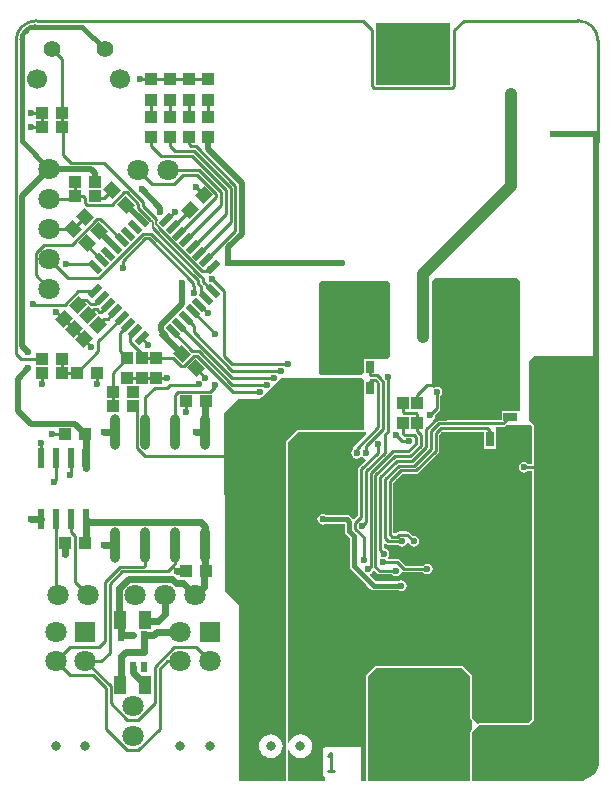
<source format=gtl>
%FSLAX44Y44*%
%MOMM*%
G71*
G01*
G75*
G04 Layer_Physical_Order=1*
G04 Layer_Color=255*
%ADD10C,0.4000*%
%ADD11C,0.2540*%
%ADD12R,1.1500X0.7000*%
%ADD13R,0.7000X1.1500*%
%ADD14R,1.0000X1.1000*%
%ADD15R,5.3300X5.5900*%
%ADD16R,6.3500X5.2800*%
%ADD17R,1.1000X1.0000*%
G04:AMPARAMS|DCode=18|XSize=1mm|YSize=1.1mm|CornerRadius=0mm|HoleSize=0mm|Usage=FLASHONLY|Rotation=45.000|XOffset=0mm|YOffset=0mm|HoleType=Round|Shape=Rectangle|*
%AMROTATEDRECTD18*
4,1,4,0.0354,-0.7425,-0.7425,0.0354,-0.0354,0.7425,0.7425,-0.0354,0.0354,-0.7425,0.0*
%
%ADD18ROTATEDRECTD18*%

G04:AMPARAMS|DCode=19|XSize=1mm|YSize=1.1mm|CornerRadius=0mm|HoleSize=0mm|Usage=FLASHONLY|Rotation=135.000|XOffset=0mm|YOffset=0mm|HoleType=Round|Shape=Rectangle|*
%AMROTATEDRECTD19*
4,1,4,0.7425,0.0354,-0.0354,-0.7425,-0.7425,-0.0354,0.0354,0.7425,0.7425,0.0354,0.0*
%
%ADD19ROTATEDRECTD19*%

G04:AMPARAMS|DCode=20|XSize=0.5mm|YSize=1.2mm|CornerRadius=0mm|HoleSize=0mm|Usage=FLASHONLY|Rotation=135.000|XOffset=0mm|YOffset=0mm|HoleType=Round|Shape=Rectangle|*
%AMROTATEDRECTD20*
4,1,4,0.6010,0.2475,-0.2475,-0.6010,-0.6010,-0.2475,0.2475,0.6010,0.6010,0.2475,0.0*
%
%ADD20ROTATEDRECTD20*%

G04:AMPARAMS|DCode=21|XSize=0.5mm|YSize=1.2mm|CornerRadius=0mm|HoleSize=0mm|Usage=FLASHONLY|Rotation=225.000|XOffset=0mm|YOffset=0mm|HoleType=Round|Shape=Rectangle|*
%AMROTATEDRECTD21*
4,1,4,-0.2475,0.6010,0.6010,-0.2475,0.2475,-0.6010,-0.6010,0.2475,-0.2475,0.6010,0.0*
%
%ADD21ROTATEDRECTD21*%

%ADD22O,0.8000X3.0000*%
%ADD23R,0.7620X1.0100*%
%ADD24R,2.2870X1.0100*%
%ADD25R,1.8000X3.7000*%
%ADD26R,0.6000X1.8000*%
G04:AMPARAMS|DCode=27|XSize=0.6mm|YSize=1.8mm|CornerRadius=0.15mm|HoleSize=0mm|Usage=FLASHONLY|Rotation=0.000|XOffset=0mm|YOffset=0mm|HoleType=Round|Shape=RoundedRectangle|*
%AMROUNDEDRECTD27*
21,1,0.6000,1.5000,0,0,0.0*
21,1,0.3000,1.8000,0,0,0.0*
1,1,0.3000,0.1500,-0.7500*
1,1,0.3000,-0.1500,-0.7500*
1,1,0.3000,-0.1500,0.7500*
1,1,0.3000,0.1500,0.7500*
%
%ADD27ROUNDEDRECTD27*%
%ADD28R,1.1000X1.5000*%
%ADD29R,0.6000X0.9000*%
%ADD30C,0.6000*%
%ADD31C,0.4500*%
%ADD32C,1.0000*%
%ADD33C,0.5000*%
%ADD34C,0.1500*%
%ADD35C,0.8000*%
%ADD36C,1.8000*%
%ADD37R,1.8000X1.8000*%
%ADD38R,1.4000X1.4000*%
%ADD39C,1.4000*%
%ADD40C,1.7000*%
%ADD41R,1.8000X1.8000*%
%ADD42P,1.9799X4X360.0*%
%ADD43P,1.9799X4X90.0*%
%ADD44C,0.6000*%
%ADD45C,1.0000*%
%ADD46C,0.9000*%
G36*
X497451Y360549D02*
Y20000D01*
X497455Y19980D01*
X497122Y16594D01*
X496128Y13319D01*
X494515Y10301D01*
X492344Y7656D01*
X489699Y5485D01*
X486680Y3872D01*
X483406Y2878D01*
X480020Y2545D01*
X480000Y2549D01*
X390000D01*
X390000Y44000D01*
X396000Y50000D01*
X438000Y50000D01*
X442000Y54000D01*
Y304000D01*
X438000Y308000D01*
X438000Y358000D01*
X442000Y362000D01*
X496000D01*
X497451Y360549D01*
D02*
G37*
G36*
X388376Y91327D02*
X388376Y56000D01*
X388376Y56000D01*
X388852Y54852D01*
X388852D01*
X390000Y53704D01*
Y46296D01*
X388852Y45148D01*
X388376Y44000D01*
X388376Y3447D01*
X387478Y2549D01*
X302522D01*
X301624Y3447D01*
X301624Y91327D01*
X308673Y98376D01*
X381327D01*
X388376Y91327D01*
D02*
G37*
G36*
X298000Y342000D02*
Y300000D01*
X242000Y300000D01*
X232000Y290000D01*
X232000Y174000D01*
Y112243D01*
X231912Y111800D01*
X232000Y111357D01*
Y96243D01*
X231912Y95800D01*
X232000Y95357D01*
Y2549D01*
X192549D01*
Y150000D01*
X192355Y150975D01*
X192172Y151250D01*
X191802Y151802D01*
X180549Y163056D01*
Y244000D01*
X180355Y244975D01*
X180000Y245507D01*
Y296000D01*
X180000Y314000D01*
X192000Y326000D01*
X210000Y326000D01*
X211475Y327475D01*
X211756Y327531D01*
X213244Y328526D01*
X214239Y330014D01*
X214295Y330295D01*
X217772Y333772D01*
X219244Y334756D01*
X220228Y336228D01*
X223772Y339772D01*
X225244Y340756D01*
X226228Y342228D01*
X228000Y344000D01*
X296000D01*
X298000Y342000D01*
D02*
G37*
G36*
X320000Y424000D02*
Y424000D01*
Y362000D01*
X318000Y360000D01*
X300000D01*
X299400Y359400D01*
X298030D01*
Y358030D01*
X298000Y358000D01*
Y348000D01*
X296000Y346000D01*
X262000D01*
X260000Y348000D01*
Y424000D01*
X262000Y426000D01*
X318000D01*
X320000Y424000D01*
D02*
G37*
G36*
X430000Y426000D02*
Y317013D01*
X429500Y315950D01*
X415000D01*
Y308194D01*
X414860Y308054D01*
X407000D01*
Y308000D01*
X365000D01*
Y308054D01*
X361517D01*
X361517Y308054D01*
X360436Y307839D01*
X359520Y307227D01*
X358293Y306000D01*
X358000D01*
X356753Y307247D01*
X356878Y308511D01*
X357244Y308755D01*
X358238Y310244D01*
X358587Y311999D01*
X358489Y312495D01*
X361997Y316003D01*
X361997Y316003D01*
X362609Y316919D01*
X362824Y318000D01*
X362824Y318000D01*
Y328475D01*
X363244Y328756D01*
X364239Y330244D01*
X364588Y332000D01*
X364239Y333756D01*
X363244Y335244D01*
X361756Y336239D01*
X360000Y336588D01*
X358244Y336239D01*
X357270Y335588D01*
X356000Y336225D01*
Y426000D01*
X358000Y428000D01*
X428000D01*
X430000Y426000D01*
D02*
G37*
G36*
X440376Y303328D02*
Y270824D01*
X437525D01*
X437244Y271244D01*
X435756Y272239D01*
X434000Y272588D01*
X432244Y272239D01*
X430756Y271244D01*
X429761Y269756D01*
X429412Y268000D01*
X429761Y266244D01*
X430756Y264756D01*
X432244Y263761D01*
X434000Y263412D01*
X435756Y263761D01*
X437244Y264756D01*
X437525Y265176D01*
X440376D01*
Y54672D01*
X437327Y51624D01*
X396000Y51624D01*
X394852Y51148D01*
X390000Y56000D01*
X390000Y92000D01*
X382000Y100000D01*
X308000D01*
X300000Y92000D01*
X300000Y2549D01*
X296898D01*
X296000Y3447D01*
X296000Y31000D01*
X265000Y31000D01*
Y30275D01*
X263960D01*
Y6960D01*
X264102D01*
X265000Y6062D01*
Y2549D01*
X233624D01*
Y28808D01*
X234894Y29061D01*
X235765Y26957D01*
X237368Y24868D01*
X239457Y23265D01*
X241889Y22257D01*
X244500Y21914D01*
X247111Y22257D01*
X249543Y23265D01*
X251632Y24868D01*
X253235Y26957D01*
X254243Y29390D01*
X254586Y32000D01*
X254243Y34611D01*
X253235Y37043D01*
X251632Y39132D01*
X249543Y40735D01*
X247111Y41743D01*
X244500Y42086D01*
X241889Y41743D01*
X239457Y40735D01*
X237368Y39132D01*
X235765Y37043D01*
X234894Y34939D01*
X233624Y35192D01*
Y95357D01*
X233560Y95511D01*
X233592Y95674D01*
X233567Y95800D01*
X233592Y95926D01*
X233560Y96089D01*
X233624Y96243D01*
Y111357D01*
X233560Y111510D01*
X233592Y111673D01*
X233567Y111800D01*
X233592Y111926D01*
X233560Y112090D01*
X233624Y112243D01*
Y174000D01*
X233624Y289327D01*
X242673Y298376D01*
X298000Y298376D01*
X298730Y298679D01*
X300000Y298045D01*
Y295868D01*
X290003Y285870D01*
X289391Y284954D01*
X289176Y283873D01*
X289176Y283873D01*
Y283525D01*
X288756Y283244D01*
X287761Y281756D01*
X287412Y280000D01*
X287761Y278244D01*
X288756Y276756D01*
X290244Y275761D01*
X292000Y275412D01*
X293756Y275761D01*
X295244Y276756D01*
X296455D01*
X297944Y275761D01*
X299425Y275466D01*
X299758Y274378D01*
X299767Y274202D01*
X293923Y268358D01*
X293311Y267441D01*
X293096Y266360D01*
X293096Y266360D01*
Y227250D01*
X290201Y224355D01*
X288566Y224516D01*
X288414Y224744D01*
X286454Y226704D01*
X285213Y227532D01*
X283750Y227823D01*
X265878D01*
X265256Y228239D01*
X263500Y228588D01*
X261744Y228239D01*
X260256Y227244D01*
X259261Y225756D01*
X258912Y224000D01*
X259261Y222244D01*
X260256Y220756D01*
X261744Y219761D01*
X263500Y219412D01*
X265256Y219761D01*
X265878Y220177D01*
X281887D01*
Y214031D01*
X282178Y212568D01*
X283006Y211327D01*
X286177Y208157D01*
Y184454D01*
X286468Y182991D01*
X287296Y181750D01*
X300000Y169047D01*
Y167387D01*
X301173Y167873D01*
X303750Y165296D01*
X304991Y164468D01*
X306454Y164177D01*
X327622D01*
X328244Y163761D01*
X330000Y163412D01*
X331756Y163761D01*
X333244Y164756D01*
X334239Y166244D01*
X334588Y168000D01*
X334239Y169756D01*
X333244Y171244D01*
X331756Y172239D01*
X330000Y172588D01*
X328244Y172239D01*
X327622Y171823D01*
X308037D01*
X303327Y176534D01*
X303647Y177588D01*
X303840Y177817D01*
X305244Y178755D01*
X306129Y180080D01*
X307425Y180581D01*
X309503Y178503D01*
X309503Y178503D01*
X310419Y177891D01*
X311500Y177676D01*
X311500Y177676D01*
X321975D01*
X322256Y177256D01*
X323744Y176261D01*
X325500Y175912D01*
X327256Y176261D01*
X328745Y177256D01*
X329739Y178744D01*
X329742Y178757D01*
X331055Y179379D01*
X331159Y179375D01*
X332160Y179176D01*
X332160Y179176D01*
X348475D01*
X348756Y178756D01*
X350244Y177761D01*
X352000Y177412D01*
X353756Y177761D01*
X355244Y178756D01*
X356239Y180244D01*
X356588Y182000D01*
X356239Y183756D01*
X355244Y185244D01*
X353756Y186239D01*
X352000Y186588D01*
X350244Y186239D01*
X348756Y185244D01*
X348475Y184824D01*
X333330D01*
X328657Y189497D01*
X327741Y190109D01*
X326660Y190324D01*
X326660Y190324D01*
X318388D01*
X318272Y190461D01*
X318244Y191756D01*
X319239Y193244D01*
X319588Y195000D01*
X319239Y196756D01*
X318244Y198244D01*
X316756Y199239D01*
X315000Y199588D01*
X314904Y199667D01*
Y203562D01*
X316078Y204048D01*
X316759Y203367D01*
X316759Y203367D01*
X317308Y203000D01*
X317675Y202755D01*
X318756Y202540D01*
X326975D01*
X327256Y202120D01*
X328744Y201125D01*
X330500Y200776D01*
X332256Y201125D01*
X333744Y202120D01*
X334739Y203608D01*
X334853Y204179D01*
X336148D01*
X336261Y203608D01*
X337256Y202120D01*
X338744Y201125D01*
X340500Y200776D01*
X342256Y201125D01*
X343744Y202120D01*
X344739Y203608D01*
X345088Y205364D01*
X344739Y207120D01*
X343744Y208608D01*
X342256Y209603D01*
X340500Y209952D01*
X340005Y209853D01*
X336727Y213131D01*
X335811Y213743D01*
X334730Y213958D01*
X334730Y213958D01*
X328110D01*
X327029Y213743D01*
X326113Y213131D01*
X325210Y212228D01*
X323170D01*
X322984Y212414D01*
Y255150D01*
X330444Y262610D01*
X342447D01*
X342447Y262610D01*
X343528Y262824D01*
X344444Y263437D01*
X360847Y279839D01*
X360847Y279839D01*
X361214Y280389D01*
X361459Y280756D01*
X361674Y281836D01*
Y295680D01*
X363994Y298000D01*
X400000D01*
Y284000D01*
X410000D01*
Y284500D01*
X410050D01*
Y299000D01*
X410000D01*
Y302000D01*
X410406Y302406D01*
X416030D01*
X416030Y302406D01*
X417111Y302621D01*
X418027Y303233D01*
X418794Y304000D01*
X439704D01*
X440376Y303328D01*
D02*
G37*
%LPC*%
G36*
X219500Y42086D02*
X216889Y41743D01*
X214457Y40735D01*
X212368Y39132D01*
X210765Y37043D01*
X209757Y34611D01*
X209414Y32000D01*
X209757Y29390D01*
X210765Y26957D01*
X212368Y24868D01*
X214457Y23265D01*
X216889Y22257D01*
X219500Y21914D01*
X222111Y22257D01*
X224543Y23265D01*
X226632Y24868D01*
X228235Y26957D01*
X229243Y29390D01*
X229586Y32000D01*
X229243Y34611D01*
X228235Y37043D01*
X226632Y39132D01*
X224543Y40735D01*
X222111Y41743D01*
X219500Y42086D01*
D02*
G37*
%LPD*%
D10*
X20000Y641138D02*
G03*
X12119Y637874I0J-11145D01*
G01*
X11674Y637428D02*
G03*
X8707Y630266I7162J-7162D01*
G01*
X20000Y641138D02*
X59862D01*
X11674Y637428D02*
X12119Y637874D01*
X8707Y611556D02*
Y630266D01*
X59862Y641138D02*
X79000Y622000D01*
X8614Y611463D02*
X8707Y611556D01*
X8614Y544186D02*
X32000Y520800D01*
X8614Y544186D02*
Y611463D01*
D11*
X496230Y629720D02*
G03*
X491394Y641394I-16509J0D01*
G01*
X21182Y646230D02*
G03*
X8235Y640867I0J-18311D01*
G01*
D02*
G03*
X3844Y630266I10601J-10601D01*
G01*
X491394Y641394D02*
G03*
X479719Y646230I-11675J-11675D01*
G01*
X368230Y337770D02*
X370000Y336000D01*
X310000Y280440D02*
Y287420D01*
X315770Y280497D02*
Y295770D01*
X295920Y266360D02*
X310000Y280440D01*
X299960Y264687D02*
X315770Y280497D01*
X304000Y263014D02*
X322580Y281594D01*
X308040Y261340D02*
X324254Y277554D01*
X325927Y273514D02*
X339100D01*
X312080Y259667D02*
X325284Y272870D01*
X292000Y280000D02*
Y283873D01*
X299700Y285860D02*
X314040Y300200D01*
X299700Y280000D02*
Y285860D01*
X308040Y183960D02*
Y261340D01*
X312080Y197920D02*
Y259667D01*
X316120Y208000D02*
Y257993D01*
X320160Y211244D02*
Y256320D01*
X295920Y226080D02*
Y266360D01*
X290730Y220890D02*
X295920Y226080D01*
X299960Y221960D02*
Y264687D01*
X304000Y184000D02*
Y263014D01*
X322580Y281594D02*
X335754D01*
X342447Y265434D02*
X358850Y281836D01*
X325230Y295500D02*
X330730Y290000D01*
X331000Y297000D02*
Y305500D01*
Y297000D02*
X332230Y295770D01*
X330730Y290000D02*
X336000D01*
X340254Y295770D02*
X342230Y293794D01*
Y288070D02*
Y293794D01*
X335754Y281594D02*
X342230Y288070D01*
X343000Y298737D02*
Y305500D01*
Y298737D02*
X346270Y295467D01*
Y286397D02*
Y295467D01*
X337427Y277554D02*
X346270Y286397D01*
X350770Y285183D02*
Y300197D01*
X339100Y273514D02*
X350770Y285183D01*
X354810Y283510D02*
Y298523D01*
X340774Y269474D02*
X354810Y283510D01*
X332230Y295770D02*
X340254D01*
X318780Y298780D02*
Y344780D01*
X315770Y295770D02*
X318780Y298780D01*
X314040Y300200D02*
Y341360D01*
X310000Y301873D02*
Y339687D01*
X292000Y283873D02*
X310000Y301873D01*
X313010Y342390D02*
X314040Y341360D01*
X308970Y340717D02*
X310000Y339687D01*
X308970Y340717D02*
Y341030D01*
X85500Y348000D02*
X98000Y360500D01*
X85500Y332000D02*
Y348000D01*
X42500Y348000D02*
Y360000D01*
X42649Y348149D02*
X55119D01*
X73315Y374674D02*
X93067Y394427D01*
X73315Y366345D02*
Y374674D01*
X55119Y348149D02*
X73315Y366345D01*
X72119Y338881D02*
Y348149D01*
X92000Y366500D02*
X98000Y360500D01*
X134000Y596500D02*
X166000D01*
X98000Y343500D02*
X131500D01*
X70500Y496000D02*
X77969D01*
X51969Y470000D02*
X61955Y479986D01*
X496230Y543230D02*
Y629720D01*
X21182Y646230D02*
X297250D01*
X3844Y363926D02*
Y630266D01*
X37230Y162070D02*
X39300Y160000D01*
X37230Y162070D02*
Y223580D01*
X37650Y224000D01*
X53770Y170930D02*
X64700Y160000D01*
X53770Y170930D02*
Y210148D01*
X290730Y216110D02*
Y220890D01*
Y216110D02*
X298000Y208840D01*
X50350Y213568D02*
X53770Y210148D01*
X50350Y213568D02*
Y224000D01*
X166281Y434436D02*
Y437560D01*
X85500Y332000D02*
X85500Y332000D01*
Y320000D02*
Y332000D01*
X102500Y320000D02*
X106000Y316500D01*
X122000Y360500D02*
X136512D01*
X110000Y360500D02*
Y364000D01*
X334730Y211134D02*
X340500Y205364D01*
X332160Y182000D02*
X352000D01*
X318756Y205364D02*
X330500D01*
X312080Y197920D02*
X315000Y195000D01*
X298000Y190000D02*
Y208840D01*
X350000Y204864D02*
X350500Y205364D01*
X308040Y183960D02*
X311500Y180500D01*
X325500D01*
X314750Y187500D02*
X326660D01*
X302000Y182000D02*
X304000Y184000D01*
X360000Y318000D02*
Y332000D01*
X351770Y337770D02*
X368230D01*
X343000Y329000D02*
X351770Y337770D01*
X343000Y322500D02*
Y329000D01*
X320160Y211244D02*
X322000Y209404D01*
X326380D01*
X328110Y211134D01*
X316120Y208000D02*
X318756Y205364D01*
X296500Y218500D02*
X299960Y221960D01*
X328110Y211134D02*
X334730D01*
X326660Y187500D02*
X332160Y182000D01*
X495000Y542000D02*
X496230Y543230D01*
X434000Y268000D02*
X444000D01*
X332000Y314000D02*
X342000D01*
X343000Y313000D01*
Y305500D02*
Y313000D01*
X331000Y315000D02*
X332000Y314000D01*
X331000Y315000D02*
Y322500D01*
X77828Y526070D02*
X110838Y493060D01*
X106798Y487851D02*
Y491387D01*
X97397Y500788D02*
X106798Y491387D01*
X95102Y500788D02*
X97397D01*
X106798Y487851D02*
X117324Y477324D01*
X110838Y489525D02*
Y493060D01*
X122283Y477716D02*
Y478079D01*
X110838Y489525D02*
X122283Y478079D01*
X112956Y461960D02*
X116199D01*
X111283Y466000D02*
X117872D01*
X94000Y443004D02*
X112956Y461960D01*
X119284Y470302D02*
Y470717D01*
X74062Y428779D02*
X111283Y466000D01*
X63853Y490230D02*
X84544D01*
X95102Y500788D01*
X49930Y526070D02*
X77828D01*
X62230Y491853D02*
X63853Y490230D01*
X62230Y491853D02*
Y495770D01*
X60000Y498000D02*
X62230Y495770D01*
X7770Y360000D02*
X25500D01*
Y338500D02*
Y348000D01*
X3844Y363926D02*
X7770Y360000D01*
X16000Y568000D02*
X25500D01*
X16000Y556000D02*
X25500D01*
X108500Y596500D02*
X118000D01*
X180000Y362054D02*
Y417095D01*
Y362054D02*
X186284Y355770D01*
X169789Y427307D02*
X180000Y417095D01*
X153172Y400083D02*
X172000Y381255D01*
X43770Y532230D02*
X49930Y526070D01*
X43770Y532230D02*
Y554730D01*
X164485Y443217D02*
X189426Y468157D01*
X154278Y536000D02*
X185386Y504892D01*
Y475431D02*
Y504892D01*
X158828Y448873D02*
X185386Y475431D01*
X152795Y531770D02*
X181346Y503219D01*
Y482705D02*
Y503219D01*
X153172Y454531D02*
X181346Y482705D01*
X158851Y520000D02*
X177306Y501545D01*
Y489978D02*
Y501545D01*
X147515Y460187D02*
X177306Y489978D01*
X157178Y515960D02*
X173266Y499872D01*
Y497253D02*
Y499872D01*
X141858Y465844D02*
X173266Y497253D01*
X156000Y505442D02*
X163071Y498371D01*
X145305Y515960D02*
X157178D01*
X166281Y437560D02*
X170142D01*
X157960Y423522D02*
Y426327D01*
X157930Y426357D02*
X157960Y426327D01*
X153920Y421849D02*
Y424239D01*
X154000Y416000D02*
Y421769D01*
X153920Y421849D02*
X154000Y421769D01*
X42500Y556000D02*
X43770Y554730D01*
X77969Y496000D02*
X84582Y502614D01*
X158000Y338000D02*
X158230Y338230D01*
X134160Y338000D02*
X158000D01*
X131390Y335230D02*
X134160Y338000D01*
X121230Y335230D02*
X131390D01*
X138700Y298000D02*
Y329617D01*
X140852Y331770D01*
X168000D01*
X172000Y335770D01*
Y338000D01*
X156000Y352000D02*
X164000Y344000D01*
X156794Y362195D02*
X187218Y331770D01*
X158467Y366235D02*
X186702Y338000D01*
X141858Y388769D02*
X186628Y344000D01*
X154000Y382341D02*
X186341Y350000D01*
X186284Y355770D02*
X233770D01*
X113300Y327300D02*
X121230Y335230D01*
X113300Y298000D02*
Y327300D01*
X106000Y284726D02*
X112726Y278000D01*
X106000Y284726D02*
Y316500D01*
X186341Y350000D02*
X228000D01*
X160000Y415882D02*
X164485Y411397D01*
X160000Y415882D02*
Y421483D01*
X157960Y423522D02*
X160000Y421483D01*
X162000Y425196D02*
X170142Y417054D01*
X162000Y425196D02*
Y428000D01*
X94000Y436627D02*
Y443004D01*
X186628Y344000D02*
X222000D01*
X186702Y338000D02*
X216000D01*
X187218Y331770D02*
X210000D01*
X308000Y342000D02*
X308970Y341030D01*
X309673Y346040D02*
X313010Y342703D01*
Y342390D02*
Y342703D01*
X64392Y454922D02*
X76097Y443217D01*
X64392Y454922D02*
Y457102D01*
X67283Y406000D02*
X70287D01*
X75683Y411397D01*
X76097D01*
X56014Y405574D02*
X60440Y410000D01*
X63283D01*
X67283Y406000D01*
X64499Y397089D02*
X69370Y401960D01*
X71960D01*
X73920Y400000D01*
X76013D01*
X81754Y405740D01*
X72984Y388603D02*
X75930D01*
X72984D02*
X78381Y394000D01*
X81327D01*
X87411Y400083D01*
X52900Y495400D02*
X53500Y496000D01*
X141858Y465844D02*
Y466169D01*
X107300Y520000D02*
X119070Y508230D01*
X137575D01*
X118000Y540000D02*
Y547500D01*
X137575Y508230D02*
X145305Y515960D01*
X132700Y520000D02*
X158851D01*
X138000Y536000D02*
X154278D01*
X134000Y540000D02*
X138000Y536000D01*
X134000Y540000D02*
Y547500D01*
X155951Y540040D02*
X189426Y506566D01*
X151960Y540040D02*
X155951D01*
X150000Y542000D02*
X151960Y540040D01*
X150000Y542000D02*
Y547500D01*
X118000Y540000D02*
X126230Y531770D01*
X152795D01*
X42500Y556000D02*
Y568000D01*
X34000Y622000D02*
X42500Y613500D01*
Y568000D02*
Y613500D01*
X118000Y564500D02*
Y579500D01*
X134000Y564500D02*
Y579500D01*
X150000Y564500D02*
Y579500D01*
X166000Y564499D02*
Y579500D01*
X166000Y579500D01*
X110000Y360500D02*
X121999D01*
X122000Y360500D01*
X91509Y394427D02*
X93067D01*
X60963Y376582D02*
Y376583D01*
X43993Y393553D02*
X52478Y385068D01*
X60963Y376583D01*
X110038Y377456D02*
X115494Y372000D01*
X34000Y296000D02*
X45500D01*
X24950Y276000D02*
Y289050D01*
X32000Y470000D02*
X51969D01*
X32000Y495400D02*
X52900D01*
X42500Y360000D02*
X42649Y360149D01*
X98000Y343500D02*
X100000D01*
X92000Y382045D02*
X98724Y388769D01*
X98000Y343500D02*
X98000Y343500D01*
X100000Y374000D02*
X110000Y364000D01*
X100000Y374000D02*
Y378731D01*
X104382Y383113D01*
X60963Y376582D02*
X67545Y370000D01*
X20230Y430970D02*
X32000Y419200D01*
X20230Y430970D02*
Y449476D01*
X56506Y417054D02*
X70440D01*
X45222Y405770D02*
X56506Y417054D01*
X37546Y400000D02*
X43993Y393553D01*
X18230Y405770D02*
X45222D01*
X18000Y406000D02*
X18230Y405770D01*
X20230Y449476D02*
X27125Y456370D01*
X50685D01*
X47821Y428779D02*
X74062D01*
X32000Y444600D02*
X47821Y428779D01*
X68000Y440000D02*
X70440Y437560D01*
X46000Y440000D02*
X68000D01*
X36000Y256000D02*
X37650Y257650D01*
X49770Y261770D02*
X50350Y262350D01*
Y276000D01*
X158828Y405740D02*
X166000Y398569D01*
X25500Y556000D02*
Y568000D01*
X50685Y456370D02*
X72475Y478160D01*
X75094D01*
X93067Y460187D01*
X53500Y496000D02*
Y498000D01*
Y510000D01*
X136201Y471501D02*
X136202D01*
X151050Y486350D01*
X53500Y498000D02*
X60000D01*
X147500Y314500D02*
Y324000D01*
X189426Y468157D02*
Y506566D01*
X303340Y346660D02*
Y352850D01*
Y346660D02*
X303960Y346040D01*
X309673D01*
X303340Y335150D02*
Y341340D01*
X304000Y342000D01*
X308000D01*
X136512Y360500D02*
X143185Y353826D01*
X146130D01*
X154499Y362195D01*
X156794D01*
X136201Y383113D02*
X153079Y366235D01*
X158467D01*
X147515Y394427D02*
X154000Y387941D01*
Y382341D02*
Y387941D01*
X166000Y596500D02*
X166000Y596500D01*
X118000Y596500D02*
X134000D01*
X37650Y257650D02*
Y276000D01*
X130544Y477158D02*
X138000Y484614D01*
X157516Y426357D02*
X157930D01*
X124650Y470650D02*
X160863Y434436D01*
X166281D01*
X119284Y470302D02*
X159189Y430396D01*
X159604D01*
X162000Y428000D01*
X117872Y466000D02*
X157516Y426357D01*
X116199Y461960D02*
X153920Y424239D01*
X92000Y366500D02*
Y382045D01*
X112726Y278000D02*
X224000D01*
X83230Y111230D02*
Y169516D01*
X75800Y103800D02*
X83230Y111230D01*
X62500Y103800D02*
X75800D01*
X79190Y121190D02*
Y171190D01*
X73570Y115570D02*
X79190Y121190D01*
X49270Y115570D02*
X73570D01*
X37500Y103800D02*
X49270Y115570D01*
X62500Y103800D02*
X83715Y82585D01*
Y68125D02*
Y82585D01*
Y68125D02*
X97610Y54230D01*
X107360D01*
X121255Y68125D01*
Y99200D01*
X137625Y115570D01*
X155730D01*
X167500Y103800D01*
X131568D02*
X142500D01*
X125295Y97527D02*
X131568Y103800D01*
X125295Y46765D02*
Y97527D01*
X107360Y28830D02*
X125295Y46765D01*
X97610Y28830D02*
X107360D01*
X79675Y46765D02*
X97610Y28830D01*
X79675Y46765D02*
Y80912D01*
X68557Y92030D02*
X79675Y80912D01*
X49270Y92030D02*
X68557D01*
X37500Y103800D02*
X49270Y92030D01*
X83230Y169516D02*
X93713Y180000D01*
X79190Y171190D02*
X92040Y184040D01*
X93713Y180000D02*
X132000D01*
X138700Y186700D02*
Y202000D01*
X132000Y180000D02*
X134230Y182230D01*
Y182390D01*
X137610Y185770D01*
X137770D01*
X138700Y186700D01*
X113300Y185300D02*
Y202000D01*
X112040Y184040D02*
X113300Y185300D01*
X92040Y184040D02*
X112040D01*
X324254Y277554D02*
X337427D01*
X325284Y272870D02*
X325927Y273514D01*
X316120Y257993D02*
X327600Y269474D01*
X340774D01*
X320160Y256320D02*
X329274Y265434D01*
X342447D01*
X353999Y311999D02*
X360000Y318000D01*
X350770Y300197D02*
X359843Y309270D01*
X358850Y281836D02*
Y296850D01*
X405050Y291750D02*
Y298950D01*
X358850Y296850D02*
X363190Y301190D01*
X402810D01*
X405050Y298950D01*
X359843Y309270D02*
X367270D01*
X370000Y312000D01*
X416030Y305230D02*
X421750Y310950D01*
X354810Y298523D02*
X361517Y305230D01*
X416030D01*
X305480Y590553D02*
X307103Y588930D01*
X372897D01*
X374520Y590553D01*
Y638000D01*
X382750Y646230D01*
X479719D01*
X305480Y590553D02*
Y638000D01*
X297250Y646230D02*
X305480Y638000D01*
X268000Y11000D02*
X273078D01*
X270539D01*
Y26235D01*
X268000Y23696D01*
D12*
X422250Y310950D02*
D03*
Y323650D02*
D03*
Y336350D02*
D03*
Y349050D02*
D03*
X460500Y330000D02*
D03*
D13*
X405050Y291750D02*
D03*
X392350D02*
D03*
X379650D02*
D03*
X366950D02*
D03*
X386000Y330000D02*
D03*
X346000Y20000D02*
D03*
X442000D02*
D03*
D14*
X110000Y343500D02*
D03*
Y360500D02*
D03*
X150000Y564500D02*
D03*
Y547500D02*
D03*
X134000Y564500D02*
D03*
Y547500D02*
D03*
X118000Y564500D02*
D03*
Y547500D02*
D03*
X122000Y343500D02*
D03*
Y360500D02*
D03*
X98000Y360500D02*
D03*
Y343500D02*
D03*
X343000Y305500D02*
D03*
Y322500D02*
D03*
X331000Y322500D02*
D03*
Y305500D02*
D03*
X118000Y596500D02*
D03*
Y579500D02*
D03*
X134000Y596500D02*
D03*
Y579500D02*
D03*
X150000Y596500D02*
D03*
Y579500D02*
D03*
X166000Y547500D02*
D03*
Y564499D02*
D03*
X166000Y579500D02*
D03*
Y596500D02*
D03*
D15*
X289250Y397350D02*
D03*
X390750D02*
D03*
D16*
X340000Y618100D02*
D03*
D17*
X53500Y498000D02*
D03*
X70500D02*
D03*
X147500Y324000D02*
D03*
X164500D02*
D03*
X55119Y348149D02*
D03*
X72119D02*
D03*
X42500Y360000D02*
D03*
X25500D02*
D03*
Y348000D02*
D03*
X42500D02*
D03*
X102500Y332000D02*
D03*
X85500D02*
D03*
X85500Y320000D02*
D03*
X102500D02*
D03*
X45500Y296000D02*
D03*
X62500D02*
D03*
X45500Y204000D02*
D03*
X62500D02*
D03*
X147500Y180000D02*
D03*
X164500D02*
D03*
X70500Y510000D02*
D03*
X53500D02*
D03*
X42500Y568000D02*
D03*
X25500D02*
D03*
Y556000D02*
D03*
X42500D02*
D03*
D18*
X84582Y502614D02*
D03*
X96603Y490593D02*
D03*
X61955Y479986D02*
D03*
X73976Y467966D02*
D03*
X156000Y352000D02*
D03*
X143979Y364021D02*
D03*
X51990Y470010D02*
D03*
X64011Y457989D02*
D03*
D19*
X163071Y498371D02*
D03*
X151050Y486350D02*
D03*
X43993Y393553D02*
D03*
X56014Y405574D02*
D03*
X52478Y385068D02*
D03*
X64499Y397089D02*
D03*
X60963Y376582D02*
D03*
X72984Y388603D02*
D03*
D20*
X70440Y417054D02*
D03*
X76097Y411397D02*
D03*
X81754Y405740D02*
D03*
X87411Y400083D02*
D03*
X93067Y394427D02*
D03*
X98724Y388769D02*
D03*
X104382Y383113D02*
D03*
X110038Y377456D02*
D03*
X130544Y477158D02*
D03*
X136201Y471501D02*
D03*
X141858Y465844D02*
D03*
X147515Y460187D02*
D03*
X153172Y454531D02*
D03*
X158828Y448873D02*
D03*
X164485Y443217D02*
D03*
X170142Y437560D02*
D03*
D21*
X130544Y377456D02*
D03*
X136201Y383113D02*
D03*
X141858Y388769D02*
D03*
X147515Y394427D02*
D03*
X153172Y400083D02*
D03*
X158828Y405740D02*
D03*
X164485Y411397D02*
D03*
X170142Y417054D02*
D03*
X70440Y437560D02*
D03*
X76097Y443217D02*
D03*
X81754Y448873D02*
D03*
X87411Y454531D02*
D03*
X93067Y460187D02*
D03*
X98724Y465844D02*
D03*
X104382Y471501D02*
D03*
X110038Y477158D02*
D03*
D22*
X164100Y298000D02*
D03*
X138700D02*
D03*
X113300D02*
D03*
X87900D02*
D03*
X164100Y202000D02*
D03*
X138700D02*
D03*
X113300D02*
D03*
X87900D02*
D03*
D23*
X303340Y352850D02*
D03*
Y335150D02*
D03*
D24*
X284285Y352850D02*
D03*
Y335150D02*
D03*
D25*
X421500Y110000D02*
D03*
X462500D02*
D03*
X421500Y72000D02*
D03*
X462500D02*
D03*
D26*
X63050Y224000D02*
D03*
X50350D02*
D03*
X37650D02*
D03*
X24950D02*
D03*
Y276000D02*
D03*
X37650D02*
D03*
X50350D02*
D03*
D27*
X63050D02*
D03*
D28*
X112985Y84000D02*
D03*
X91985D02*
D03*
X112500Y138500D02*
D03*
X91500D02*
D03*
D29*
X92985Y124950D02*
D03*
Y99050D02*
D03*
X102485D02*
D03*
X111985D02*
D03*
Y124950D02*
D03*
D30*
X164500Y180000D02*
X166100Y181600D01*
X164100D02*
Y202000D01*
X92985Y81000D02*
Y99050D01*
Y124950D02*
X94035Y126000D01*
X102485D01*
X102485Y94500D02*
X112985Y84000D01*
X102485Y94500D02*
Y99050D01*
X421820Y505500D02*
X422820Y506499D01*
X63050Y267900D02*
Y276000D01*
X156000Y298000D02*
X164100D01*
X78000Y202000D02*
X87900D01*
X16000Y224000D02*
X24950D01*
X45500Y194500D02*
Y204000D01*
X164100Y202000D02*
Y217900D01*
X160500Y221500D02*
X164100Y217900D01*
X65550Y221500D02*
X160500D01*
X92985Y108500D02*
X96485Y112000D01*
X63050Y204550D02*
Y224000D01*
X62500Y204000D02*
X63050Y204550D01*
Y224000D02*
X65550Y221500D01*
X92985Y99050D02*
Y108500D01*
X91985Y80000D02*
X92985Y81000D01*
X63050Y276000D02*
Y295450D01*
X62500Y296000D02*
X63050Y295450D01*
X164100Y298000D02*
Y323600D01*
X164500Y324000D01*
X78000Y298000D02*
X87900D01*
X96485Y112000D02*
X111985D01*
Y124950D01*
X162500Y167100D02*
Y180000D01*
X155400Y160000D02*
X162500Y167100D01*
X91100Y138399D02*
X91500Y138000D01*
X91100Y138399D02*
Y165592D01*
X99008Y173500D01*
X147500Y180000D02*
X147500Y180000D01*
X140000Y180000D02*
X147500D01*
X99008Y173500D02*
X135894D01*
X138894Y170500D01*
X144900D01*
X155400Y160000D01*
X92985Y124950D02*
Y136515D01*
X111985Y124950D02*
X113035Y126000D01*
X119864D01*
X122664Y128800D01*
X142500D01*
X112500Y138000D02*
X124000D01*
X130000Y144000D01*
Y160000D01*
D31*
X285710Y214031D02*
X290000Y209741D01*
Y184454D02*
Y209741D01*
Y184454D02*
X306454Y168000D01*
X283750Y224000D02*
X285710Y222040D01*
Y214031D02*
Y222040D01*
X306454Y168000D02*
X330000D01*
X263500Y224000D02*
X283750D01*
D32*
X422820Y506499D02*
Y584500D01*
X348142Y431822D02*
X421820Y505500D01*
X348000Y431680D02*
X348142Y431822D01*
X348000Y378000D02*
Y431680D01*
D33*
X495000Y344000D02*
Y542000D01*
Y550000D01*
X466000D02*
X474000D01*
X460000D02*
X466000D01*
X110000Y503999D02*
X126000Y487999D01*
Y483999D02*
Y487999D01*
X96603Y490593D02*
X110038Y477158D01*
X53500Y305000D02*
X62500Y296000D01*
X16000Y305000D02*
X53500D01*
X5000Y316000D02*
X16000Y305000D01*
X5000Y316000D02*
Y343000D01*
X14000Y352000D01*
X9114Y370886D02*
X14000Y366000D01*
X9114Y370886D02*
Y497914D01*
X32000Y520800D01*
X126191Y383931D02*
Y388191D01*
Y383931D02*
X130544Y379578D01*
Y377456D02*
Y379578D01*
X70500Y510000D02*
Y517500D01*
X67200Y520800D02*
X70500Y517500D01*
X32000Y520800D02*
X67200D01*
X166000Y537445D02*
Y547500D01*
Y537445D02*
X194696Y508748D01*
Y465974D02*
Y508748D01*
X183322Y454600D02*
X194696Y465974D01*
X183322Y441322D02*
Y454600D01*
X73976Y467966D02*
X87411Y454531D01*
X130544Y377456D02*
X143979Y364021D01*
X130544Y377456D02*
X130544D01*
X126191Y388191D02*
X144493Y406493D01*
Y424000D01*
X474000Y550000D02*
X495000D01*
X183322Y441322D02*
X280000D01*
D34*
X122283Y473751D02*
Y477716D01*
X119284Y470717D02*
Y475365D01*
X117324Y477324D02*
X119284Y475365D01*
X124650Y470650D02*
Y471385D01*
X122283Y473751D02*
X124650Y471385D01*
D35*
X142500Y32000D02*
D03*
X167500D02*
D03*
X37500D02*
D03*
X62500D02*
D03*
X244500D02*
D03*
X219500D02*
D03*
D36*
X142500Y103800D02*
D03*
X167500D02*
D03*
X142500Y128800D02*
D03*
X37500Y103800D02*
D03*
X62500D02*
D03*
X37500Y128800D02*
D03*
X132700Y520000D02*
D03*
X107300D02*
D03*
X64700Y160000D02*
D03*
X39300D02*
D03*
X155400Y160000D02*
D03*
X130000D02*
D03*
X104600D02*
D03*
X32000Y520800D02*
D03*
Y495400D02*
D03*
Y470000D02*
D03*
Y444600D02*
D03*
Y419200D02*
D03*
X219500Y103800D02*
D03*
X102485Y40600D02*
D03*
Y66000D02*
D03*
D37*
X167500Y128800D02*
D03*
X62500D02*
D03*
D38*
X459500Y254000D02*
D03*
Y170000D02*
D03*
D39*
X424500Y254000D02*
D03*
Y170000D02*
D03*
X34000Y622000D02*
D03*
X79000D02*
D03*
X249678Y148322D02*
D03*
Y287678D02*
D03*
D40*
X21450Y597100D02*
D03*
X91550D02*
D03*
D41*
X244500Y103800D02*
D03*
D42*
X214322Y183678D02*
D03*
D43*
Y252322D02*
D03*
D44*
X458000Y330000D02*
D03*
X386000Y344000D02*
D03*
Y336000D02*
D03*
Y328000D02*
D03*
Y320000D02*
D03*
Y312000D02*
D03*
X402000Y344000D02*
D03*
X394000D02*
D03*
X378000D02*
D03*
X370000D02*
D03*
X394000Y336000D02*
D03*
X402000D02*
D03*
Y328000D02*
D03*
X394000D02*
D03*
Y320000D02*
D03*
X402000D02*
D03*
Y312000D02*
D03*
X394000D02*
D03*
X370000Y336000D02*
D03*
X310000Y287420D02*
D03*
X328000Y256000D02*
D03*
X292000Y280000D02*
D03*
X299700D02*
D03*
X336000Y256000D02*
D03*
X328000Y248000D02*
D03*
X336000D02*
D03*
X325230Y295500D02*
D03*
X336000Y290000D02*
D03*
X72119Y338881D02*
D03*
X112985Y84000D02*
D03*
X102485Y126000D02*
D03*
X250000Y54000D02*
D03*
Y70000D02*
D03*
X258000Y78000D02*
D03*
Y70000D02*
D03*
Y62000D02*
D03*
X250000Y78000D02*
D03*
X258000Y54000D02*
D03*
X250000Y62000D02*
D03*
X206000Y54000D02*
D03*
Y70000D02*
D03*
X214000Y78000D02*
D03*
Y70000D02*
D03*
Y62000D02*
D03*
X206000Y78000D02*
D03*
X214000Y54000D02*
D03*
X206000Y62000D02*
D03*
X322000Y46000D02*
D03*
X330000D02*
D03*
X338000D02*
D03*
X346000D02*
D03*
X354000D02*
D03*
X362000D02*
D03*
X370000D02*
D03*
X314000Y44000D02*
D03*
X310000Y38000D02*
D03*
X308000Y30000D02*
D03*
X307000Y22000D02*
D03*
X308000Y14000D02*
D03*
X310000Y6000D02*
D03*
X382000D02*
D03*
X384000Y14000D02*
D03*
X385000Y22000D02*
D03*
X384000Y30000D02*
D03*
X382000Y38000D02*
D03*
X378000Y44000D02*
D03*
X474000D02*
D03*
X478000Y38000D02*
D03*
X480000Y30000D02*
D03*
X481000Y22000D02*
D03*
X480000Y14000D02*
D03*
X478000Y6000D02*
D03*
X406000D02*
D03*
X404000Y14000D02*
D03*
X403000Y22000D02*
D03*
X404000Y30000D02*
D03*
X406000Y38000D02*
D03*
X410000Y44000D02*
D03*
X466000Y46000D02*
D03*
X458000D02*
D03*
X450000D02*
D03*
X442000D02*
D03*
X434000D02*
D03*
X426000D02*
D03*
X418000D02*
D03*
X468000Y76000D02*
D03*
X460000Y84000D02*
D03*
X468000Y60000D02*
D03*
X460000Y76000D02*
D03*
Y68000D02*
D03*
Y60000D02*
D03*
X468000Y68000D02*
D03*
Y84000D02*
D03*
Y114000D02*
D03*
X460000Y122000D02*
D03*
X468000Y98000D02*
D03*
X460000Y114000D02*
D03*
Y106000D02*
D03*
Y98000D02*
D03*
X468000Y106000D02*
D03*
Y122000D02*
D03*
X424000Y114000D02*
D03*
X416000Y122000D02*
D03*
X424000Y98000D02*
D03*
X416000Y114000D02*
D03*
Y106000D02*
D03*
Y98000D02*
D03*
X424000Y106000D02*
D03*
Y122000D02*
D03*
Y76000D02*
D03*
X416000Y84000D02*
D03*
X424000Y60000D02*
D03*
X416000Y76000D02*
D03*
Y68000D02*
D03*
Y60000D02*
D03*
X424000Y68000D02*
D03*
Y84000D02*
D03*
X249678Y160322D02*
D03*
X237678Y148322D02*
D03*
X241678Y156322D02*
D03*
X241678Y140322D02*
D03*
X249678Y136322D02*
D03*
X257678Y140322D02*
D03*
X261678Y148322D02*
D03*
X257678Y156322D02*
D03*
X240506Y279192D02*
D03*
X237678Y287678D02*
D03*
X248991Y276364D02*
D03*
X257477Y279192D02*
D03*
X260305Y287678D02*
D03*
X214322Y264322D02*
D03*
X222322Y260322D02*
D03*
X206322Y260322D02*
D03*
X202322Y252322D02*
D03*
X206322Y244322D02*
D03*
X214322Y240322D02*
D03*
X222322Y244322D02*
D03*
X214322Y195678D02*
D03*
X222322Y191678D02*
D03*
X206322Y191678D02*
D03*
X202322Y183678D02*
D03*
X206322Y175678D02*
D03*
X214322Y171678D02*
D03*
X222322Y175678D02*
D03*
X252500Y95800D02*
D03*
X244500Y91800D02*
D03*
X236500Y95800D02*
D03*
X236500Y111800D02*
D03*
X256500Y103800D02*
D03*
X252500Y111800D02*
D03*
X244500Y115800D02*
D03*
X227500Y95800D02*
D03*
X219500Y91800D02*
D03*
X211500Y95800D02*
D03*
X207500Y103800D02*
D03*
X211500Y111800D02*
D03*
X227500Y111800D02*
D03*
X219500Y115800D02*
D03*
X373000Y195000D02*
D03*
X434000Y268000D02*
D03*
X354000Y144000D02*
D03*
X346000D02*
D03*
X338000D02*
D03*
X330000Y136000D02*
D03*
X346000D02*
D03*
X362000D02*
D03*
Y128000D02*
D03*
X354000D02*
D03*
X346000D02*
D03*
X338000D02*
D03*
X330000D02*
D03*
Y120000D02*
D03*
X346000D02*
D03*
X362000D02*
D03*
X354000Y112000D02*
D03*
X346000D02*
D03*
X338000D02*
D03*
X362000Y60000D02*
D03*
Y68000D02*
D03*
Y76000D02*
D03*
X354000Y84000D02*
D03*
Y68000D02*
D03*
Y52000D02*
D03*
X346000D02*
D03*
Y60000D02*
D03*
Y68000D02*
D03*
Y76000D02*
D03*
Y84000D02*
D03*
X338000D02*
D03*
Y68000D02*
D03*
Y52000D02*
D03*
X330000Y60000D02*
D03*
Y68000D02*
D03*
Y76000D02*
D03*
X424500Y182000D02*
D03*
X432500Y178000D02*
D03*
X436500Y170000D02*
D03*
X416500Y178000D02*
D03*
X412500Y170000D02*
D03*
X416500Y162000D02*
D03*
X424500Y158000D02*
D03*
X432500Y162000D02*
D03*
X459500Y182000D02*
D03*
X467500Y178000D02*
D03*
X451500Y178000D02*
D03*
X447500Y170000D02*
D03*
X451500Y162000D02*
D03*
X459500Y158000D02*
D03*
X467500Y162000D02*
D03*
X471500Y170000D02*
D03*
X459500Y266000D02*
D03*
X467500Y262000D02*
D03*
X471500Y254000D02*
D03*
X459500Y242000D02*
D03*
X467500Y246000D02*
D03*
X102500Y332000D02*
D03*
X280000Y441322D02*
D03*
X365500Y266600D02*
D03*
X360000Y256000D02*
D03*
X352000D02*
D03*
X340500Y205364D02*
D03*
X330500D02*
D03*
X352000Y216000D02*
D03*
X360000D02*
D03*
X344000D02*
D03*
X368000D02*
D03*
Y224000D02*
D03*
X350500Y205364D02*
D03*
X314750Y187500D02*
D03*
X325500Y180500D02*
D03*
X298000Y190000D02*
D03*
X302000Y182000D02*
D03*
X315000Y195000D02*
D03*
X344000Y256000D02*
D03*
X360000Y332000D02*
D03*
X378000Y320000D02*
D03*
Y312000D02*
D03*
X328000Y224000D02*
D03*
Y240000D02*
D03*
Y232000D02*
D03*
X352000Y224000D02*
D03*
X296500Y218500D02*
D03*
X352000Y182000D02*
D03*
X474000Y550000D02*
D03*
X466000D02*
D03*
X458000D02*
D03*
X263500Y224000D02*
D03*
X330000Y168000D02*
D03*
X110000Y503999D02*
D03*
X126000Y483999D02*
D03*
X70500Y498000D02*
D03*
Y510000D02*
D03*
X63050Y267900D02*
D03*
X156000Y298000D02*
D03*
X14000Y352000D02*
D03*
X25500Y338500D02*
D03*
X14000Y366000D02*
D03*
X16000Y568000D02*
D03*
X16000Y556000D02*
D03*
X108500Y596500D02*
D03*
X172000Y381255D02*
D03*
X96603Y490593D02*
D03*
X73976Y467966D02*
D03*
X156000Y505442D02*
D03*
X183322Y441322D02*
D03*
X158230Y338230D02*
D03*
X164000Y344000D02*
D03*
X370000Y352000D02*
D03*
X378000D02*
D03*
X386000D02*
D03*
X394000D02*
D03*
X402000D02*
D03*
X378000Y336000D02*
D03*
Y328000D02*
D03*
X233770Y355770D02*
D03*
X169789Y427307D02*
D03*
X154000Y416000D02*
D03*
X94000Y436627D02*
D03*
X81754Y448873D02*
D03*
X222000Y344000D02*
D03*
X216000Y338000D02*
D03*
X210000Y331770D02*
D03*
X318780Y344780D02*
D03*
X482000Y314000D02*
D03*
Y322000D02*
D03*
Y330000D02*
D03*
Y338000D02*
D03*
Y346000D02*
D03*
X474000D02*
D03*
Y338000D02*
D03*
Y330000D02*
D03*
Y322000D02*
D03*
Y314000D02*
D03*
X466000D02*
D03*
Y322000D02*
D03*
Y330000D02*
D03*
Y338000D02*
D03*
Y346000D02*
D03*
X458000D02*
D03*
Y338000D02*
D03*
Y322000D02*
D03*
Y314000D02*
D03*
X450000D02*
D03*
Y322000D02*
D03*
Y330000D02*
D03*
Y338000D02*
D03*
Y346000D02*
D03*
X442000D02*
D03*
Y338000D02*
D03*
Y330000D02*
D03*
Y322000D02*
D03*
Y314000D02*
D03*
X336000Y232000D02*
D03*
Y224000D02*
D03*
Y240000D02*
D03*
X344000Y232000D02*
D03*
Y224000D02*
D03*
Y240000D02*
D03*
Y248000D02*
D03*
X78000Y202000D02*
D03*
X16000Y224000D02*
D03*
X45500Y194500D02*
D03*
X56014Y405574D02*
D03*
X64499Y397089D02*
D03*
X72984Y388603D02*
D03*
X131500Y343500D02*
D03*
X115494Y372000D02*
D03*
X34000Y296000D02*
D03*
X24950Y289050D02*
D03*
X67545Y370000D02*
D03*
X64011Y457989D02*
D03*
X37546Y400000D02*
D03*
X18000Y406000D02*
D03*
X46000Y440000D02*
D03*
X36000Y256000D02*
D03*
X49770Y261770D02*
D03*
X166000Y398569D02*
D03*
X172000Y338000D02*
D03*
X78000Y298000D02*
D03*
X147500Y314500D02*
D03*
X352000Y248000D02*
D03*
Y240000D02*
D03*
Y232000D02*
D03*
X360000Y224000D02*
D03*
Y232000D02*
D03*
Y240000D02*
D03*
Y248000D02*
D03*
X368000D02*
D03*
Y240000D02*
D03*
Y232000D02*
D03*
X228000Y350000D02*
D03*
X368000Y256000D02*
D03*
X138000Y484614D02*
D03*
X144493Y424000D02*
D03*
X386000Y390000D02*
D03*
Y398000D02*
D03*
Y406000D02*
D03*
Y414000D02*
D03*
X394000D02*
D03*
Y406000D02*
D03*
Y398000D02*
D03*
Y390000D02*
D03*
X402000D02*
D03*
Y398000D02*
D03*
Y406000D02*
D03*
Y414000D02*
D03*
X410000D02*
D03*
Y406000D02*
D03*
Y390000D02*
D03*
Y398000D02*
D03*
X330000Y144000D02*
D03*
X338000Y136000D02*
D03*
Y120000D02*
D03*
X330000Y112000D02*
D03*
X362000D02*
D03*
X354000Y120000D02*
D03*
Y136000D02*
D03*
X362000Y144000D02*
D03*
X338000Y60000D02*
D03*
X330000Y52000D02*
D03*
Y84000D02*
D03*
X338000Y76000D02*
D03*
X354000D02*
D03*
X362000Y84000D02*
D03*
X354000Y60000D02*
D03*
X362000Y52000D02*
D03*
X402000Y264000D02*
D03*
X140000Y180000D02*
D03*
X353999Y311999D02*
D03*
D45*
X422820Y506499D02*
D03*
X348142Y431822D02*
D03*
X348000Y378000D02*
D03*
D46*
X422820Y584500D02*
D03*
M02*

</source>
